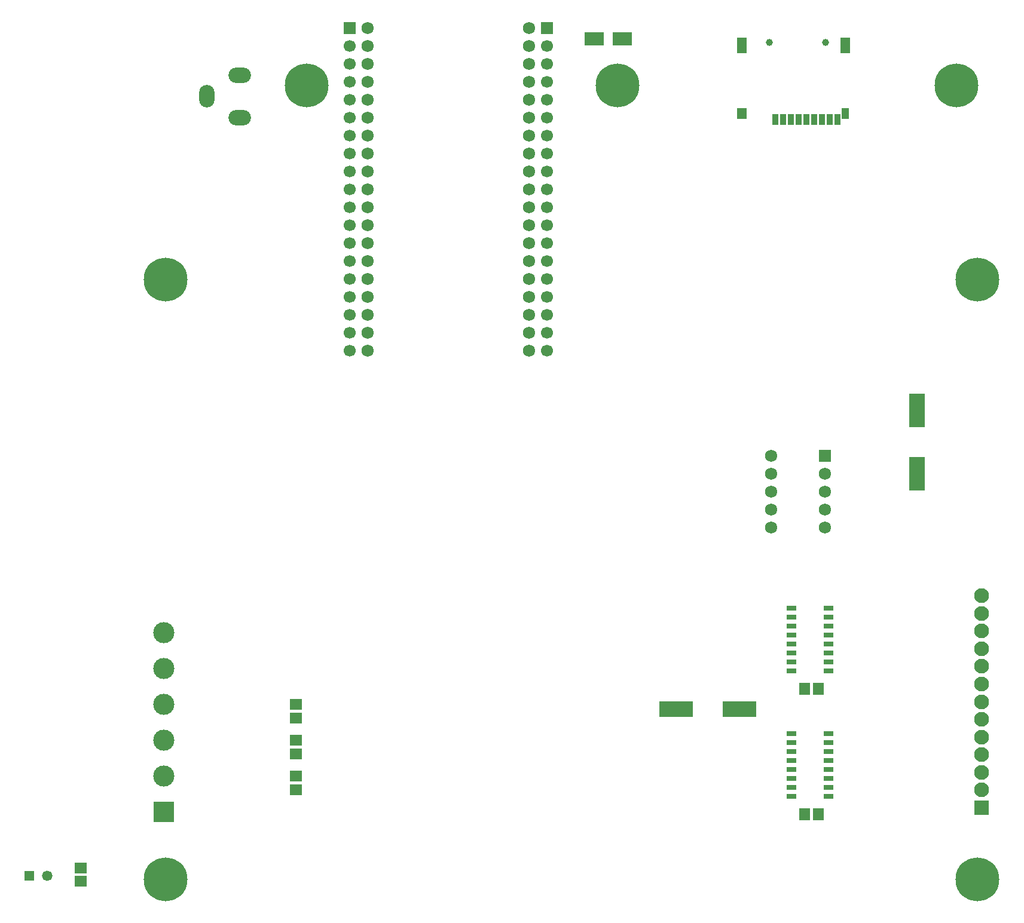
<source format=gbr>
G04 DipTrace 3.3.1.3*
G04 TopMask.gbr*
%MOIN*%
G04 #@! TF.FileFunction,Soldermask,Top*
G04 #@! TF.Part,Single*
%ADD51C,0.03937*%
%ADD61R,0.06788X0.06788*%
%ADD63C,0.06788*%
%ADD65R,0.066935X0.059061*%
%ADD67R,0.051974X0.030715*%
%ADD69C,0.2441*%
%ADD71O,0.08662X0.12599*%
%ADD73O,0.12599X0.08662*%
%ADD75C,0.118116*%
%ADD77R,0.118116X0.118116*%
%ADD79R,0.039376X0.062998*%
%ADD81R,0.055124X0.062998*%
%ADD83R,0.055124X0.08662*%
%ADD85R,0.035439X0.059061*%
%ADD87C,0.082683*%
%ADD89R,0.082683X0.082683*%
%ADD91C,0.066935*%
%ADD93R,0.066935X0.066935*%
%ADD95R,0.05788X0.05788*%
%ADD97C,0.05788*%
%ADD99R,0.106305X0.074809*%
%ADD101R,0.090557X0.185045*%
%ADD103R,0.059061X0.066935*%
%ADD105R,0.185045X0.090557*%
%FSLAX26Y26*%
G04*
G70*
G90*
G75*
G01*
G04 TopMask*
%LPD*%
D105*
X4618700Y1481200D3*
X4264369D3*
D103*
X5056200Y893700D3*
X4981397D3*
X5056200Y1593700D3*
X4981397D3*
D101*
X5606200Y2793700D3*
Y3148031D3*
D99*
X3806200Y5218700D3*
X3963680D3*
D97*
X758661Y551180D3*
D95*
X658661D3*
D93*
X3543700Y5281200D3*
D91*
Y5181200D3*
Y5081200D3*
Y4981200D3*
Y4881200D3*
Y4781200D3*
Y4681200D3*
Y4581200D3*
Y4481200D3*
Y4381200D3*
Y4281200D3*
Y4181200D3*
Y4081200D3*
Y3981200D3*
Y3881200D3*
Y3781200D3*
Y3681200D3*
Y3581200D3*
Y3481200D3*
D93*
X2443700Y5281200D3*
D91*
Y5181200D3*
Y5081200D3*
Y4981200D3*
Y4881200D3*
Y4781200D3*
Y4681200D3*
Y4581200D3*
Y4481200D3*
Y4381200D3*
Y4281200D3*
Y4181200D3*
Y4081200D3*
Y3981200D3*
Y3881200D3*
Y3781200D3*
Y3681200D3*
Y3581200D3*
Y3481200D3*
D89*
X5968700Y931200D3*
D87*
Y1029625D3*
Y1128050D3*
Y1226476D3*
Y1324901D3*
Y1423326D3*
Y1521751D3*
Y1620176D3*
Y1718602D3*
Y1817027D3*
Y1915452D3*
Y2013877D3*
Y2112302D3*
D85*
X4818700Y4768700D3*
X4862007D3*
X4905314D3*
X4948621D3*
X4991928D3*
X5035235D3*
X5078543D3*
X5121850D3*
X5165157D3*
D83*
X4630511Y5184054D3*
D81*
Y4802165D3*
D79*
X5208464D3*
D83*
Y5184054D3*
D51*
X5097834Y5199802D3*
X4782873D3*
D77*
X1406200Y906200D3*
D75*
Y1106200D3*
Y1306200D3*
Y1506200D3*
Y1706200D3*
Y1906200D3*
D73*
X1831200Y4781200D3*
Y5017420D3*
D71*
X1646161Y4899310D3*
D69*
X1417322Y531495D3*
X5944881D3*
Y3877952D3*
X1417322D3*
X2204724Y4960629D3*
X3937007D3*
X5826771D3*
D67*
X4906200Y1343700D3*
Y1293700D3*
Y1243700D3*
Y1193700D3*
Y1143700D3*
Y1093700D3*
Y1043700D3*
Y993700D3*
X5114074Y1343700D3*
Y1293700D3*
Y1243700D3*
Y1193700D3*
Y1143700D3*
Y1093700D3*
Y1043700D3*
Y993700D3*
X4906200Y2043700D3*
Y1993700D3*
Y1943700D3*
Y1893700D3*
Y1843700D3*
Y1793700D3*
Y1743700D3*
Y1693700D3*
X5114074Y2043700D3*
Y1993700D3*
Y1943700D3*
Y1893700D3*
Y1843700D3*
Y1793700D3*
Y1743700D3*
Y1693700D3*
D65*
X2143700Y1106200D3*
Y1031397D3*
Y1306200D3*
Y1231397D3*
Y1506200D3*
Y1431397D3*
X943700Y518700D3*
Y593503D3*
D63*
X3443700Y5281200D3*
Y5181200D3*
Y5081200D3*
Y4981200D3*
Y4881200D3*
Y4781200D3*
Y4681200D3*
Y4581200D3*
Y4481200D3*
Y4381200D3*
Y4281200D3*
Y4181200D3*
Y4081200D3*
Y3981200D3*
Y3881200D3*
Y3781200D3*
Y3681200D3*
Y3581200D3*
Y3481200D3*
X2543700Y5281200D3*
Y5181200D3*
Y5081200D3*
Y4981200D3*
Y4881200D3*
Y4781200D3*
Y4681200D3*
Y4581200D3*
Y4481200D3*
Y4381200D3*
Y4281200D3*
Y4181200D3*
Y4081200D3*
Y3981200D3*
Y3881200D3*
Y3781200D3*
Y3681200D3*
Y3581200D3*
Y3481200D3*
X4793700Y2893700D3*
Y2793700D3*
Y2693700D3*
Y2593700D3*
Y2493700D3*
X5093700D3*
Y2593700D3*
Y2693700D3*
Y2793700D3*
D61*
Y2893700D3*
M02*

</source>
